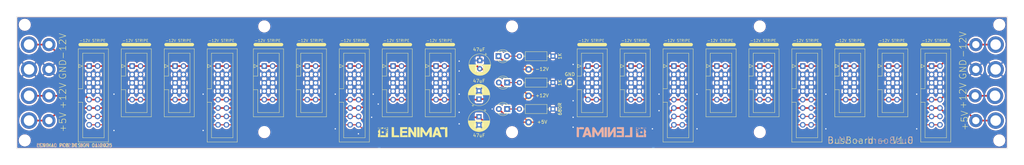
<source format=kicad_pcb>
(kicad_pcb (version 20240108) (generator "pcbnew") (generator_version "8.0")
  (layers (0 "F.Cu" signal) (31 "B.Cu" signal) (34 "B.Paste" user) (35 "F.Paste" user) (36 "B.SilkS" user "B.Silkscreen") (37 "F.SilkS" user "F.Silkscreen") (38 "B.Mask" user) (39 "F.Mask" user) (44 "Edge.Cuts" user))
  (net 0 "")
  (net 1 "+12V")
  (net 2 "GNDREF")
  (net 3 "-12V")
  (net 4 "Net-(D1-K)")
  (net 5 "+5V")
  (net 6 "Net-(D2-A)")
  (net 7 "Net-(D3-K)")
  (net 8 "Net-(J1-CV-Pad13)")
  (net 9 "Net-(J1-GATE-Pad15)")
  (footprint "Synth:power-socket" (layer "F.Cu") (at 57 81.5)
    (property "Reference" "J7" (hide yes))
    (property "Value" "+5V")
  )
  (footprint "Synth:IDC-Header_2x08_P2.54mm_Vertical" (layer "F.Cu") (at 327 65)
    (property "Reference" "J6" (hide yes))
    (property "Value" "PWR_16")
  )
  (footprint "Synth:IDC-Header_2x08_P2.54mm_Vertical" (layer "F.Cu") (at 72 65)
    (property "Reference" "J1" (hide yes))
    (property "Value" "PWR_16")
  )
  (footprint "Synth:R_Default (DIN0207)" (layer "F.Cu") (at 212.36 70 180)
    (property "Reference" "R1" (hide yes))
    (property "Value" "1K")
  )
  (footprint "Synth:IDC-Header_2x05_P2.54mm_Vertical" (layer "F.Cu") (at 85 65)
    (property "Reference" "H1" (hide yes))
    (property "Value" "PWR_10")
  )
  (footprint "Synth:IDC-Header_2x05_P2.54mm_Vertical" (layer "F.Cu") (at 301 65)
    (property "Reference" "H19" (hide yes))
    (property "Value" "PWR_10")
  )
  (footprint "Synth:power-socket" (layer "F.Cu") (at 343.2 66 180)
    (property "Reference" "J11" (hide yes))
    (property "Value" "GND")
  )
  (footprint "Synth:IDC-Header_2x08_P2.54mm_Vertical" (layer "F.Cu") (at 288 65)
    (property "Reference" "J5" (hide yes))
    (property "Value" "PWR_16")
  )
  (footprint "Capacitor_THT:CP_Radial_D6.3mm_P2.50mm" (layer "F.Cu") (at 190 80.317621 -90)
    (property "Reference" "C2" (hide yes))
    (property "Value" "47uF")
  )
  (footprint "Synth:power-socket" (layer "F.Cu") (at 343 74 180)
    (property "Reference" "J12" (hide yes))
    (property "Value" "+12V")
  )
  (footprint "Synth:power-socket" (layer "F.Cu") (at 57 74)
    (property "Reference" "J9" (hide yes))
    (property "Value" "+12V")
  )
  (footprint "MountingHole:MountingHole_3.2mm_M3" (layer "F.Cu") (at 125 85)
    (property "Reference" "H21" (hide yes))
    (property "Value" "MountingHole")
  )
  (footprint "Synth:IDC-Header_2x05_P2.54mm_Vertical" (layer "F.Cu") (at 314 65)
    (property "Reference" "H20" (hide yes))
    (property "Value" "PWR_10")
  )
  (footprint "Capacitor_THT:CP_Radial_D6.3mm_P2.50mm" (layer "F.Cu") (at 190 75 90)
    (property "Reference" "C1" (hide yes))
    (property "Value" "47uF")
  )
  (footprint "Connector_Pin:Pin_D1.0mm_L10.0mm" (layer "F.Cu") (at 205 74)
    (property "Reference" "TP1" (hide yes))
    (property "Value" "+12V")
  )
  (footprint "Connector_Pin:Pin_D1.0mm_L10.0mm" (layer "F.Cu") (at 205 66)
    (property "Reference" "TP3" (hide yes))
    (property "Value" "-12V")
  )
  (footprint "Synth:IDC-Header_2x08_P2.54mm_Vertical" (layer "F.Cu") (at 151 65)
    (property "Reference" "J3" (hide yes))
    (property "Value" "PWR_16")
  )
  (footprint "Synth:power-socket" (layer "F.Cu") (at 343.2 58.5 180)
    (property "Reference" "J13" (hide yes))
    (property "Value" "-12V")
  )
  (footprint "Synth:IDC-Header_2x05_P2.54mm_Vertical" (layer "F.Cu") (at 138 65)
    (property "Reference" "H4" (hide yes))
    (property "Value" "PWR_10")
  )
  (footprint "Connector_Pin:Pin_D1.0mm_L10.0mm" (layer "F.Cu") (at 217.5 70)
    (property "Reference" "TP2" (hide yes))
    (property "Value" "GND")
  )
  (footprint "Synth:LED_D3.0mm" (layer "F.Cu") (at 197.23 62)
    (property "Reference" "D2" (hide yes))
    (property "Value" "LED")
  )
  (footprint "Synth:power-socket" (layer "F.Cu") (at 57 58.5)
    (property "Reference" "J10" (hide yes))
    (property "Value" "-12V")
  )
  (footprint "Synth:IDC-Header_2x05_P2.54mm_Vertical" (layer "F.Cu") (at 177 65)
    (property "Reference" "H6" (hide yes))
    (property "Value" "PWR_10")
  )
  (footprint "Synth:IDC-Header_2x05_P2.54mm_Vertical" (layer "F.Cu") (at 223 65)
    (property "Reference" "H7" (hide yes))
    (property "Value" "PWR_10")
  )
  (footprint "Synth:IDC-Header_2x08_P2.54mm_Vertical" (layer "F.Cu") (at 249 65)
    (property "Reference" "J4" (hide yes))
    (property "Value" "PWR_16")
  )
  (footprint "Synth:R_Default (DIN0207)" (layer "F.Cu") (at 212.36 78 180)
    (property "Reference" "R2" (hide yes))
    (property "Value" "680R")
  )
  (footprint "Synth:LED_D3.0mm" (layer "F.Cu") (at 197.23 78 180)
    (property "Reference" "D1" (hide yes))
    (property "Value" "LED")
  )
  (footprint "MountingHole:MountingHole_3.2mm_M3" (layer "F.Cu") (at 200 85)
    (property "Reference" "H9" (hide yes))
    (property "Value" "MountingHole")
  )
  (footprint "Synth:IDC-Header_2x08_P2.54mm_Vertical" (layer "F.Cu") (at 111 65)
    (property "Reference" "J2" (hide yes))
    (property "Value" "PWR_16")
  )
  (footprint "Synth:IDC-Header_2x05_P2.54mm_Vertical" (layer "F.Cu") (at 236 65)
    (property "Reference" "H8" (hide yes))
    (property "Value" "PWR_10")
  )
  (footprint "MountingHole:MountingHole_3.2mm_M3" (layer "F.Cu") (at 52.5 87.5)
    (property "Reference" "H15" (hide yes))
    (property "Value" "MountingHole")
  )
  (footprint "Synth:IDC-Header_2x05_P2.54mm_Vertical" (layer "F.Cu") (at 164 65)
    (property "Reference" "H5" (hide yes))
    (property "Value" "PWR_10")
  )
  (footprint "MountingHole:MountingHole_3.2mm_M3" (layer "F.Cu") (at 52.5 52.5)
    (property "Reference" "H10" (hide yes))
    (property "Value" "MountingHole")
  )
  (footprint "MountingHole:MountingHole_3.2mm_M3" (layer "F.Cu") (at 347.5 52.5)
    (property "Reference" "H14" (hide yes))
    (property "Value" "MountingHole")
  )
  (footprint "Synth:LED_D3.0mm" (layer "F.Cu") (at 197.23 70 180)
    (property "Reference" "D3" (hide yes))
    (property "Value" "LED")
  )
  (footprint "Synth:R_Default (DIN0207)" (layer "F.Cu") (at 212.36 62 180)
    (property "Reference" "R3" (hide yes))
    (property "Value" "1K")
  )
  (footprint "Synth:IDC-Header_2x05_P2.54mm_Vertical" (layer "F.Cu") (at 275 65)
    (property "Reference" "H18" (hide yes))
    (property "Value" "PWR_10")
  )
  (footprint "MountingHole:MountingHole_3.2mm_M3" (layer "F.Cu") (at 200 53)
    (property "Reference" "H16" (hide yes))
    (property "Value" "MountingHole")
  )
  (footprint "Connector_Pin:Pin_D1.0mm_L10.0mm" (layer "F.Cu") (at 205 82)
    (property "Reference" "TP4" (hide yes))
    (property "Value" "+5V")
  )
  (footprint "Synth:IDC-Header_2x05_P2.54mm_Vertical" (layer "F.Cu") (at 262 65)
    (property "Reference" "H17" (hide yes))
    (property "Value" "PWR_10")
  )
  (footprint "Synth:power-socket" (layer "F.Cu") (at 343.2 81.5 180)
    (property "Reference" "J14" (hide yes))
    (property "Value" "+5V")
  )
  (footprint "Synth:IDC-Header_2x05_P2.54mm_Vertical" (layer "F.Cu") (at 125 65)
    (property "Reference" "H3" (hide yes))
    (property "Value" "PWR_10")
  )
  (footprint "MountingHole:MountingHole_3.2mm_M3" (layer "F.Cu") (at 275 53)
    (property "Reference" "H12" (hide yes))
    (property "Value" "MountingHole")
  )
  (footprint "MountingHole:MountingHole_3.2mm_M3" (layer "F.Cu") (at 275 85)
    (property "Reference" "H11" (hide yes))
    (property "Value" "MountingHole")
  )
  (footprint "Capacitor_THT:CP_Radial_D6.3mm_P2.50mm" (layer "F.Cu") (at 190.23 63.317621 -90)
    (property "Reference" "C3" (hide yes))
    (property "Value" "47uF")
  )
  (footprint "Synth:lenimal_logo_full" (layer "F.Cu") (at 170 85)
    (property "Reference" "G***" (hide yes))
    (property "Value" "LOGO" (hide yes))
  )
  (footprint "Synth:power-socket" (layer "F.Cu") (at 57 66)
    (property "Reference" "J8" (hide yes))
    (property "Value" "GND")
  )
  (footprint "MountingHole:MountingHole_3.2mm_M3" (layer "F.Cu") (at 347.5 87.5)
    (property "Reference" "H13" (hide yes))
    (property "Value" "MountingHole")
  )
  (footprint "MountingHole:MountingHole_3.2mm_M3" (layer "F.Cu") (at 125 53)
    (property "Reference" "H22" (hide yes))
    (property "Value" "MountingHole")
  )
  (footprint "Synth:IDC-Header_2x05_P2.54mm_Vertical" (layer "F.Cu") (at 98 65)
    (property "Reference" "H2" (hide yes))
    (property "Value" "PWR_10")
  )
  (footprint "Synth:lenimal_logo_full" (layer "B.Cu") (at 230 85 180)
    (property "Reference" "G***" (hide yes))
    (property "Value" "LOGO" (hide yes))
  )
  (gr_rect (start 50 50) (end 350 90) (stroke (width 0.1)) (fill none) (layer "Edge.Cuts"))
  (gr_text "LENIMAL PCB DESIGN 01.2025" (at 67.5 89 -0) (layer "B.SilkS") (effects (font (size 1 1)) (justify mirror)))
  (gr_text "BusBoard - V1.0" (at 308.5 87.5 0) (layer "B.SilkS") (effects (font (size 2 2)) (justify mirror)))
  (gr_text "+5V" (at 207.5 82.5 0) (layer "F.SilkS") (effects (font (size 1 1)) (justify left bottom)))
  (gr_text "-12V" (at 207 66.5 0) (layer "F.SilkS") (effects (font (size 1 1)) (justify left bottom)))
  (gr_text "47uF" (at 190 86 0) (layer "F.SilkS") (effects (font (size 1 1))))
  (gr_text "-12V" (at 336.5 58.5 90) (layer "F.SilkS") (effects (font (size 2 2))))
  (gr_text "+5V" (at 337 81.5 90) (layer "F.SilkS") (effects (font (size 2 2))))
  (gr_text "-12V" (at 64 59 90) (layer "F.SilkS") (effects (font (size 2 2))))
  (gr_text "GND" (at 64 66 90) (layer "F.SilkS") (effects (font (size 2 2))))
  (gr_text "47uF" (at 190 69.5 0) (layer "F.SilkS") (effects (font (size 1 1))))
  (gr_text "+12V" (at 64 74 90) (layer "F.SilkS") (effects (font (size 2 2))))
  (gr_text "GND" (at 336.5 66 90) (layer "F.SilkS") (effects (font (size 2 2))))
  (gr_text "LENIMAL PCB DESIGN 01.2025" (at 67.5 89 0) (layer "F.SilkS") (effects (font (size 1 1))))
  (gr_text "+12V" (at 336.5 74 90) (layer "F.SilkS") (effects (font (size 2 2))))
  (gr_text "1K" (at 214.5 70 90) (layer "F.SilkS") (effects (font (size 1 1))))
  (gr_text "+12V" (at 207 74.5 0) (layer "F.SilkS") (effects (font (size 1 1)) (justify left bottom)))
  (gr_text "47uF" (at 190 60 0) (layer "F.SilkS") (effects (font (size 1 1))))
  (gr_text "1K" (at 214.5 62 90) (layer "F.SilkS") (effects (font (size 1 1))))
  (gr_text "+5V" (at 64 82 90) (layer "F.SilkS") (effects (font (size 2 2))))
  (gr_text "GND" (at 217.5 67.5 0) (layer "F.SilkS") (effects (font (size 1 1))))
  (gr_text "BusBoard - V1.0" (at 308.5 87.5 -0) (layer "F.SilkS") (effects (font (size 2 2))))
  (gr_text "680R" (at 214.5 78 90) (layer "F.SilkS") (effects (font (size 1 1))))
  (segment (start 251.54 75.16) (end 262 75.16) (width 0.5) (layer "F.Cu") (net 1))
  (segment (start 100.54 75.16) (end 111 75.16) (width 0.5) (layer "F.Cu") (net 1))
  (segment (start 111 75.16) (end 113.54 75.16) (width 0.5) (layer "F.Cu") (net 1))
  (segment (start 288 75.16) (end 290.54 75.16) (width 0.5) (layer "F.Cu") (net 1))
  (segment (start 72 75.16) (end 74.54 75.16) (width 0.5) (layer "F.Cu") (net 1))
  (segment (start 225.54 75.16) (end 236 75.16) (width 0.5) (layer "F.Cu") (net 1))
  (segment (start 196 70) (end 198 72) (width 0.5) (layer "F.Cu") (net 1))
  (segment (start 177 75.16) (end 179.54 75.16) (width 0.5) (layer "F.Cu") (net 1))
  (segment (start 275 75.16) (end 277.54 75.16) (width 0.5) (layer "F.Cu") (net 1))
  (segment (start 138 75.16) (end 140.54 75.16) (width 0.5) (layer "F.Cu") (net 1))
  (segment (start 151 75.16) (end 153.54 75.16) (width 0.5) (layer "F.Cu") (net 1))
  (segment (start 127.54 75.16) (end 138 75.16) (width 0.5) (layer "F.Cu") (net 1))
  (segment (start 153.54 75.16) (end 164 75.16) (width 0.5) (layer "F.Cu") (net 1))
  (segment (start 277.54 75.16) (end 288 75.16) (width 0.5) (layer "F.Cu") (net 1))
  (segment (start 340.2 74) (end 346.2 74) (width 0.5) (layer "F.Cu") (net 1))
  (segment (start 301 75.16) (end 303.54 75.16) (width 0.5) (layer "F.Cu") (net 1))
  (segment (start 179.54 75.16) (end 189.84 75.16) (width 0.5) (layer "F.Cu") (net 1))
  (segment (start 236 75.16) (end 238.54 75.16) (width 0.5) (layer "F.Cu") (net 1))
  (segment (start 74.54 75.16) (end 85 75.16) (width 0.5) (layer "F.Cu") (net 1))
  (segment (start 87.54 75.16) (end 98 75.16) (width 0.5) (layer "F.Cu") (net 1))
  (segment (start 327 75.16) (end 329.54 75.16) (width 0.5) (layer "F.Cu") (net 1))
  (segment (start 238.54 75.16) (end 249 75.16) (width 0.5) (layer "F.Cu") (net 1))
  (segment (start 264.54 75.16) (end 275 75.16) (width 0.5) (layer "F.Cu") (net 1))
  (segment (start 98 75.16) (end 100.54 75.16) (width 0.5) (layer "F.Cu") (net 1))
  (segment (start 190 75) (end 204 75) (width 0.5) (layer "F.Cu") (net 1))
  (segment (start 205 74) (end 221.84 74) (width 0.5) (layer "F.Cu") (net 1))
  (segment (start 221.84 74) (end 223 75.16) (width 0.5) (layer "F.Cu") (net 1))
  (segment (start 316.54 75.16) (end 327 75.16) (width 0.5) (layer "F.Cu") (net 1))
  (segment (start 290.54 75.16) (end 301 75.16) (width 0.5) (layer "F.Cu") (net 1))
  (segment (start 113.54 75.16) (end 125 75.16) (width 0.5) (layer "F.Cu") (net 1))
  (segment (start 204 75) (end 205 74) (width 0.5) (layer "F.Cu") (net 1))
  (segment (start 262 75.16) (end 264.54 75.16) (width 0.5) (layer "F.Cu") (net 1))
  (segment (start 166.54 75.16) (end 177 75.16) (width 0.5) (layer "F.Cu") (net 1))
  (segment (start 53.8 74) (end 59.8 74) (width 0.5) (layer "F.Cu") (net 1))
  (segment (start 189.84 75.16) (end 190 75) (width 0.5) (layer "F.Cu") (net 1))
  (segment (start 303.54 75.16) (end 314 75.16) (width 0.5) (layer "F.Cu") (net 1))
  (segment (start 125 75.16) (end 127.54 75.16) (width 0.5) (layer "F.Cu") (net 1))
  (segment (start 203 72) (end 205 74) (width 0.5) (layer "F.Cu") (net 1))
  (segment (start 70.84 74) (end 72 75.16) (width 0.5) (layer "F.Cu") (net 1))
  (segment (start 249 75.16) (end 251.54 75.16) (width 0.5) (layer "F.Cu") (net 1))
  (segment (start 329.66 75.16) (end 330.82 74) (width 0.5) (layer "F.Cu") (net 1))
  (segment (start 164 75.16) (end 166.54 75.16) (width 0.5) (layer "F.Cu") (net 1))
  (segment (start 223 75.16) (end 225.54 75.16) (width 0.5) (layer "F.Cu") (net 1))
  (segment (start 329.54 75.16) (end 329.66 75.16) (width 0.5) (layer "F.Cu") (net 1))
  (segment (start 85 75.16) (end 87.54 75.16) (width 0.5) (layer "F.Cu") (net 1))
  (segment (start 198 72) (end 203 72) (width 0.5) (layer "F.Cu") (net 1))
  (segment (start 59.8 74) (end 70.84 74) (width 0.5) (layer "F.Cu") (net 1))
  (segment (start 140.54 75.16) (end 151 75.16) (width 0.5) (layer "F.Cu") (net 1))
  (segment (start 314 75.16) (end 316.54 75.16) (width 0.5) (layer "F.Cu") (net 1))
  (segment (start 330.82 74) (end 340.2 74) (width 0.5) (layer "F.Cu") (net 1))
  (via (at 295 84) (size 0.8) (drill 0.4) (layers "F.Cu" "B.Cu") (net 2))
  (via (at 79.5 73.5) (size 0.8) (drill 0.4) (layers "F.Cu" "B.Cu") (net 2))
  (via (at 244.5 78.5) (size 0.8) (drill 0.4) (layers "F.Cu" "B.Cu") (net 2))
  (via (at 218.5 80.5) (size 0.8) (drill 0.4) (layers "F.Cu" "B.Cu") (net 2))
  (via (at 184 79) (size 0.8) (drill 0.4) (layers "F.Cu" "B.Cu") (net 2))
  (via (at 153.5 85.5) (size 0.8) (drill 0.4) (layers "F.Cu" "B.Cu") (net 2))
  (via (at 184 82.5) (size 0.8) (drill 0.4) (layers "F.Cu" "B.Cu") (net 2))
  (via (at 218.5 83.5) (size 0.8) (drill 0.4) (layers "F.Cu" "B.Cu") (net 2))
  (via (at 184 63.5) (size 0.8) (drill 0.4) (layers "F.Cu" "B.Cu") (net 2))
  (via (at 322.5 84) (size 0.8) (drill 0.4) (layers "F.Cu" "B.Cu") (net 2))
  (via (at 295 73.5) (size 0.8) (drill 0.4) (layers "F.Cu" "B.Cu") (net 2))
  (via (at 322.5 73.5) (size 0.8) (drill 0.4) (layers "F.Cu" "B.Cu") (net 2))
  (via (at 244.5 73.5) (size 0.8) (drill 0.4) (layers "F.Cu" "B.Cu") (net 2))
  (via (at 218.5 64.5) (size 0.8) (drill 0.4) (layers "F.Cu" "B.Cu") (net 2))
  (via (at 146.5 84) (size 0.8) (drill 0.4) (layers "F.Cu" "B.Cu") (net 2))
  (via (at 159.5 76.5) (size 0.8) (drill 0.4) (layers "F.Cu" "B.Cu") (net 2))
  (via (at 184 73.5) (size 0.8) (drill 0.4) (layers "F.Cu" "B.Cu") (net 2))
  (via (at 194 78) (size 0.8) (drill 0.4) (layers "F.Cu" "B.Cu") (net 2))
  (via (at 106.5 84.5) (size 0.8) (drill 0.4) (layers "F.Cu" "B.Cu") (net 2))
  (via (at 146.5 73.5) (size 0.8) (drill 0.4) (layers "F.Cu" "B.Cu") (net 2))
  (via (at 218.5 75.5) (size 0.8) (drill 0.4) (layers "F.Cu" "B.Cu") (net 2))
  (via (at 256 73.5) (size 0.8) (drill 0.4) (layers "F.Cu" "B.Cu") (net 2))
  (via (at 184 66.5) (size 0.8) (drill 0.4) (layers "F.Cu" "B.Cu") (net 2))
  (via (at 256 84) (size 0.8) (drill 0.4) (layers "F.Cu" "B.Cu") (net 2))
  (via (at 242.5 84) (size 0.8) (drill 0.4) (layers "F.Cu" "B.Cu") (net 2))
  (via (at 157.5 80.5) (size 0.8) (drill 0.4) (layers "F.Cu" "B.Cu") (net 2))
  (via (at 158 73.5) (size 0.8) (drill 0.4) (layers "F.Cu" "B.Cu") (net 2))
  (via (at 79.5 84.5) (size 0.8) (drill 0.4) (layers "F.Cu" "B.Cu") (net 2))
  (via (at 106.5 73.5) (size 0.8) (drill 0.4) (layers "F.Cu" "B.Cu") (net 2))
  (segment (start 290.54 65) (end 301 65) (width 0.5) (layer "F.Cu") (net 3))
  (segment (start 340.4 58.5) (end 336.04 58.5) (width 0.5) (layer "F.Cu") (net 3))
  (segment (start 166.54 65) (end 164 65) (width 0.5) (layer "F.Cu") (net 3))
  (segment (start 190.412379 66) (end 190.23 65.817621) (width 0.5) (layer "F.Cu") (net 3))
  (segment (start 314 65) (end 303.54 65) (width 0.5) (layer "F.Cu") (net 3))
  (segment (start 346.4 58.5) (end 340.4 58.5) (width 0.5) (layer "F.Cu") (net 3))
  (segment (start 301 65) (end 303.54 65) (width 0.5) (layer "F.Cu") (net 3))
  (segment (start 251.54 65) (end 262 65) (width 0.5) (layer "F.Cu") (net 3))
  (segment (start 203 64) (end 205 66) (width 0.5) (layer "F.Cu") (net 3))
  (segment (start 288 65) (end 290.54 65) (width 0.5) (layer "F.Cu") (net 3))
  (segment (start 238.54 65) (end 236 65) (width 0.5) (layer "F.Cu") (net 3))
  (segment (start 177 65) (end 166.54 65) (width 0.5) (layer "F.Cu") (net 3))
  (segment (start 249 65) (end 251.54 65) (width 0.5) (layer "F.Cu") (net 3))
  (segment (start 74.54 65) (end 72 65) (width 0.5) (layer "F.Cu") (net 3))
  (segment (start 138 65) (end 127.54 65) (width 0.5) (layer "F.Cu") (net 3))
  (segment (start 223 65) (end 222.5 65) (width 0.5) (layer "F.Cu") (net 3))
  (segment (start 164 65) (end 153.54 65) (width 0.5) (layer "F.Cu") (net 3))
  (segment (start 66.3 65) (end 59.8 58.5) (width 0.5) (layer "F.Cu") (net 3))
  (segment (start 87.54 65) (end 85 65) (width 0.5) (layer "F.Cu") (net 3))
  (segment (start 336.04 58.5) (end 329.54 65) (width 0.5) (layer "F.Cu") (net 3))
  (segment (start 151 65) (end 140.54 65) (width 0.5) (layer "F.Cu") (net 3))
  (segment (start 113.54 65) (end 111 65) (width 0.5) (layer "F.Cu") (net 3))
  (segment (start 59.8 58.5) (end 53.8 58.5) (width 0.5) (layer "F.Cu") (net 3))
  (segment (start 221.5 66) (end 205 66) (width 0.5) (layer "F.Cu") (net 3))
  (segment (start 179.54 65) (end 189.412379 65) (width 0.5) (layer "F.Cu") (net 3))
  (segment (start 205 66) (end 190.412379 66) (width 0.5) (layer "F.Cu") (net 3))
  (segment (start 262 65) (end 264.54 65) (width 0.5) (layer "F.Cu") (net 3))
  (segment (start 72 65) (end 66.3 65) (width 0.5) (layer "F.Cu") (net 3))
  (segment (start 236 65) (end 225.54 65) (width 0.5) (layer "F.Cu") (net 3))
  (segment (start 127.54 65) (end 125 65) (width 0.5) (layer "F.Cu") (net 3))
  (segment (start 222.5 65) (end 221.5 66) (width 0.5) (layer "F.Cu") (net 3))
  (segment (start 197.92 64) (end 203 64) (width 0.5) (layer "F.Cu") (net 3))
  (segment (start 140.54 65) (end 138 65) (width 0.5) (layer "F.Cu") (net 3))
  (segment (start 316.54 65) (end 314 65) (width 0.5) (layer "F.Cu") (net 3))
  (segment (start 275 65) (end 277.54 65) (width 0.5) (layer "F.Cu") (net 3))
  (segment (start 111 65) (end 100.54 65) (width 0.5) (layer "F.Cu") (net 3))
  (segment (start 195.92 62) (end 197.92 64) (width 0.5) (layer "F.Cu") (net 3))
  (segment (start 125 65) (end 113.54 65) (width 0.5) (layer "F.Cu") (net 3))
  (segment (start 177 65) (end 179.54 65) (width 0.5) (layer "F.Cu") (net 3))
  (segment (start 153.54 65) (end 151 65) (width 0.5) (layer "F.Cu") (net 3))
  (segment (start 98 65) (end 87.54 65) (width 0.5) (layer "F.Cu") (net 3))
  (segment (start 329.54 65) (end 327 65) (width 0.5) (layer "F.Cu") (net 3))
  (segment (start 85 65) (end 74.54 65) (width 0.5) (layer "F.Cu") (net 3))
  (segment (start 249 65) (end 238.54 65) (width 0.5) (layer "F.Cu") (net 3))
  (segment (start 327 65) (end 316.54 65) (width 0.5) (layer "F.Cu") (net 3))
  (segment (start 264.54 65) (end 275 65) (width 0.5) (layer "F.Cu") (net 3))
  (segment (start 225.54 65) (end 223 65) (width 0.5) (layer "F.Cu") (net 3))
  (segment (start 189.412379 65) (end 190.23 65.817621) (width 0.5) (layer "F.Cu") (net 3))
  (segment (start 277.54 65) (end 288 65) (width 0.5) (layer "F.Cu") (net 3))
  (segment (start 100.54 65) (end 98 65) (width 0.5) (layer "F.Cu") (net 3))
  (segment (start 198.54 78) (end 202.23 78) (width 0.3) (layer "F.Cu") (net 4))
  (segment (start 190 80.317621) (end 189.817621 80.5) (width 0.5) (layer "F.Cu") (net 5))
  (segment (start 151 77.7) (end 113.54 77.7) (width 0.5) (layer "F.Cu") (net 5))
  (segment (start 113.54 77.7) (end 111 77.7) (width 0.5) (layer "F.Cu") (net 5))
  (segment (start 203 80) (end 205 82) (width 0.5) (layer "F.Cu") (net 5))
  (segment (start 190 80.317621) (end 191.682379 82) (width 0.5) (layer "F.Cu") (net 5))
  (segment (start 191.682379 82) (end 205 82) (width 0.5) (layer "F.Cu") (net 5))
  (segment (start 290.54 77.7) (end 288 77.7) (width 0.5) (layer "F.Cu") (net 5))
  (segment (start 346.4 81.5) (end 340.4 81.5) (width 0.5) (layer "F.Cu") (net 5))
  (segment (start 72 77.7) (end 63.6 77.7) (width 0.5) (layer "F.Cu") (net 5))
  (segment (start 59.8 81.5) (end 53.8 81.5) (width 0.5) (layer "F.Cu") (net 5))
  (segment (start 327 77.7) (end 290.54 77.7) (width 0.5) (layer "F.Cu") (net 5))
  (segment (start 74.54 77.7) (end 72 77.7) (width 0.5) (layer "F.Cu") (net 5))
  (segment (start 189.817621 80.5) (end 161 80.5) (width 0.5) (layer "F.Cu") (net 5))
  (segment (start 244.7 82) (end 249 77.7) (width 0.5) (layer "F.Cu") (net 5))
  (segment (start 330.905 79.065) (end 329.54 77.7) (width 0.5) (layer "F.Cu") (net 5))
  (segment (start 198 80) (end 203 80) (width 0.5) (layer "F.Cu") (net 5))
  (segment (start 161 80.5) (end 158 77.5) (width 0.5) (layer "F.Cu") (net 5))
  (segment (start 151 77.7) (end 153.54 77.7) (width 0.5) (layer "F.Cu") (net 5))
  (segment (start 63.6 77.7) (end 59.8 81.5) (width 0.5) (layer "F.Cu") (net 5))
  (segment (start 251.54 77.7) (end 249 77.7) (width 0.5) (layer "F.Cu") (net 5))
  (segment (start 111 77.7) (end 74.54 77.7) (width 0.5) (layer "F.Cu") (net 5))
  (segment (start 196 78) (end 198 80) (width 0.5) (layer "F.Cu") (net 5))
  (segment (start 158 77.5) (end 153.74 77.5) (width 0.5) (layer "F.Cu") (net 5))
  (segment (start 153.74 77.5) (end 153.54 77.7) (width 0.5) (layer "F.Cu") (net 5))
  (segment (start 329.54 77.7) (end 327 77.7) (width 0.5) (layer "F.Cu") (net 5))
  (segment (start 337.965 79.065) (end 330.905 79.065) (width 0.5) (layer "F.Cu") (net 5))
  (segment (start 205 82) (end 244.7 82) (width 0.5) (layer "F.Cu") (net 5))
  (segment (start 288 77.7) (end 251.54 77.7) (width 0.5) (layer "F.Cu") (net 5))
  (segment (start 340.4 81.5) (end 337.965 79.065) (width 0.5) (layer "F.Cu") (net 5))
  (segment (start 202.23 62) (end 198.46 62) (width 0.3) (layer "F.Cu") (net 6))
  (segment (start 198.54 70) (end 202.23 70) (width 0.3) (layer "F.Cu") (net 7))
  (segment (start 151 80.24) (end 153.54 80.24) (width 0.3) (layer "F.Cu") (net 8))
  (segment (start 329.54 80.24) (end 327 80.24) (width 0.3) (layer "F.Cu") (net 8))
  (segment (start 327 80.24) (end 290.54 80.24) (width 0.3) (layer "F.Cu") (net 8))
  (segment (start 72 80.24) (end 74.54 80.24) (width 0.3) (layer "F.Cu") (net 8))
  (segment (start 240.14 89.1) (end 162.4 89.1) (width 0.3) (layer "F.Cu") (net 8))
  (segment (start 251.54 80.24) (end 249 80.24) (width 0.3) (layer "F.Cu") (net 8))
  (segment (start 113.54 80.24) (end 111 80.24) (width 0.3) (layer "F.Cu") (net 8))
  (segment (start 290.54 80.24) (end 288 80.24) (width 0.3) (layer "F.Cu") (net 8))
  (segment (start 162.4 89.1) (end 153.54 80.24) (width 0.3) (layer "F.Cu") (net 8))
  (segment (start 74.54 80.24) (end 111 80.24) (width 0.3) (layer "F.Cu") (net 8))
  (segment (start 249 80.24) (end 240.14 89.1) (width 0.3) (layer "F.Cu") (net 8))
  (segment (start 251.54 80.24) (end 288 80.24) (width 0.3) (layer "F.Cu") (net 8))
  (segment (start 113.54 80.24) (end 151 80.24) (width 0.3) (layer "F.Cu") (net 8))
  (segment (start 288 82.78) (end 290.54 82.78) (width 0.3) (layer "F.Cu") (net 9))
  (segment (start 151 82.78) (end 153.54 82.78) (width 0.3) (layer "F.Cu") (net 9))
  (segment (start 153.54 82.78) (end 160.36 89.6) (width 0.3) (layer "F.Cu") (net 9))
  (segment (start 242.18 89.6) (end 249 82.78) (width 0.3) (layer "F.Cu") (net 9))
  (segment (start 113.54 82.78) (end 151 82.78) (width 0.3) (layer "F.Cu") (net 9))
  (segment (start 251.54 82.78) (end 288 82.78) (width 0.3) (layer "F.Cu") (net 9))
  (segment (start 113.54 82.78) (end 111 82.78) (width 0.3) (layer "F.Cu") (net 9))
  (segment (start 329.54 82.78) (end 327 82.78) (width 0.3) (layer "F.Cu") (net 9))
  (segment (start 72 82.78) (end 74.54 82.78) (width 0.3) (layer "F.Cu") (net 9))
  (segment (start 111 82.78) (end 74.54 82.78) (width 0.3) (layer "F.Cu") (net 9))
  (segment (start 249 82.78) (end 251.54 82.78) (width 0.3) (layer "F.Cu") (net 9))
  (segment (start 290.54 82.78) (end 327 82.78) (width 0.3) (layer "F.Cu") (net 9))
  (segment (start 160.36 89.6) (end 242.18 89.6) (width 0.3) (layer "F.Cu") (net 9))
  (zone (net 2) (net_name "GNDREF") (layers "F&B.Cu") (connect_pads (clearance 0.5)) (min_thickness 0.25) (fill yes (thermal_gap 0.5) (thermal_bridge_width 0.5))
    (polygon (pts (xy 45 45) (xy 355 45) (xy 355 95) (xy 45 95)))
  )
)
</source>
